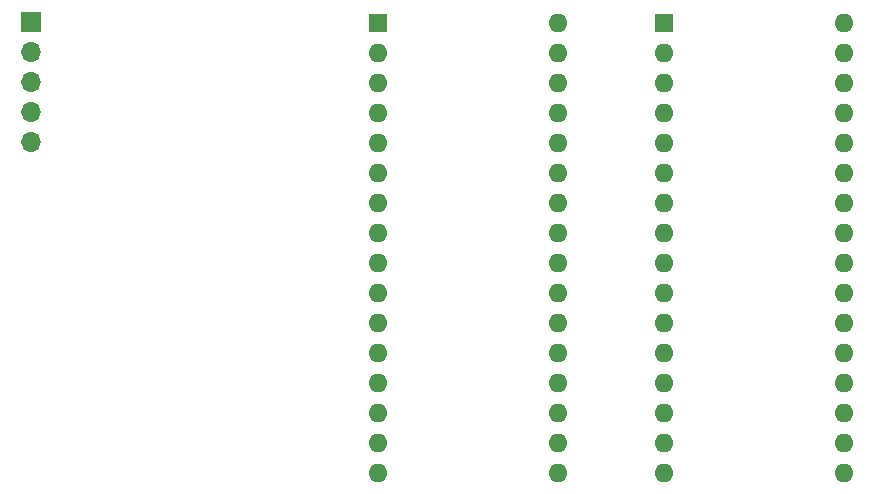
<source format=gbs>
G04 #@! TF.GenerationSoftware,KiCad,Pcbnew,7.0.10*
G04 #@! TF.CreationDate,2024-02-19T22:05:48-05:00*
G04 #@! TF.ProjectId,Rosco-MiniHat,526f7363-6f2d-44d6-996e-694861742e6b,rev?*
G04 #@! TF.SameCoordinates,Original*
G04 #@! TF.FileFunction,Soldermask,Bot*
G04 #@! TF.FilePolarity,Negative*
%FSLAX46Y46*%
G04 Gerber Fmt 4.6, Leading zero omitted, Abs format (unit mm)*
G04 Created by KiCad (PCBNEW 7.0.10) date 2024-02-19 22:05:48*
%MOMM*%
%LPD*%
G01*
G04 APERTURE LIST*
%ADD10R,1.700000X1.700000*%
%ADD11O,1.700000X1.700000*%
%ADD12R,1.600000X1.600000*%
%ADD13O,1.600000X1.600000*%
G04 APERTURE END LIST*
D10*
X58288000Y-52320000D03*
D11*
X58288000Y-54860000D03*
X58288000Y-57400000D03*
X58288000Y-59940000D03*
X58288000Y-62480000D03*
D12*
X111867000Y-52387000D03*
D13*
X111867000Y-54927000D03*
X111867000Y-57467000D03*
X111867000Y-60007000D03*
X111867000Y-62547000D03*
X111867000Y-65087000D03*
X111867000Y-67627000D03*
X111867000Y-70167000D03*
X111867000Y-72707000D03*
X111867000Y-75247000D03*
X111867000Y-77787000D03*
X111867000Y-80327000D03*
X111867000Y-82867000D03*
X111867000Y-85407000D03*
X111867000Y-87947000D03*
X111867000Y-90487000D03*
X127107000Y-90487000D03*
X127107000Y-87947000D03*
X127107000Y-85407000D03*
X127107000Y-82867000D03*
X127107000Y-80327000D03*
X127107000Y-77787000D03*
X127107000Y-75247000D03*
X127107000Y-72707000D03*
X127107000Y-70167000D03*
X127107000Y-67627000D03*
X127107000Y-65087000D03*
X127107000Y-62547000D03*
X127107000Y-60007000D03*
X127107000Y-57467000D03*
X127107000Y-54927000D03*
X127107000Y-52387000D03*
D12*
X87667000Y-52387000D03*
D13*
X87667000Y-54927000D03*
X87667000Y-57467000D03*
X87667000Y-60007000D03*
X87667000Y-62547000D03*
X87667000Y-65087000D03*
X87667000Y-67627000D03*
X87667000Y-70167000D03*
X87667000Y-72707000D03*
X87667000Y-75247000D03*
X87667000Y-77787000D03*
X87667000Y-80327000D03*
X87667000Y-82867000D03*
X87667000Y-85407000D03*
X87667000Y-87947000D03*
X87667000Y-90487000D03*
X102907000Y-90487000D03*
X102907000Y-87947000D03*
X102907000Y-85407000D03*
X102907000Y-82867000D03*
X102907000Y-80327000D03*
X102907000Y-77787000D03*
X102907000Y-75247000D03*
X102907000Y-72707000D03*
X102907000Y-70167000D03*
X102907000Y-67627000D03*
X102907000Y-65087000D03*
X102907000Y-62547000D03*
X102907000Y-60007000D03*
X102907000Y-57467000D03*
X102907000Y-54927000D03*
X102907000Y-52387000D03*
M02*

</source>
